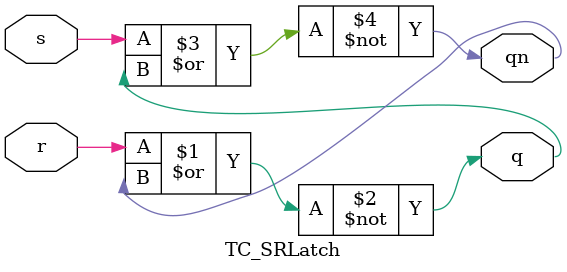
<source format=v>
module TC_SRLatch (s, r, q, qn);
    parameter UUID = 0;
    parameter NAME = "";
    input s;
    input r;
    output q;
    output qn;
    
    assign q = ~(r | qn);
    assign qn = ~(s | q);
endmodule


</source>
